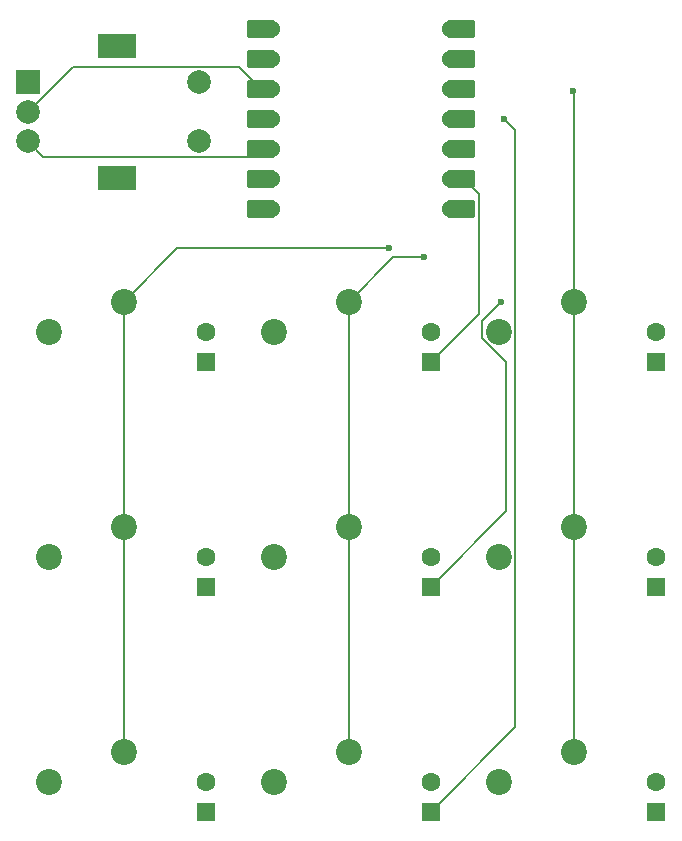
<source format=gbr>
%TF.GenerationSoftware,KiCad,Pcbnew,9.0.2*%
%TF.CreationDate,2025-06-03T16:25:14-04:00*%
%TF.ProjectId,HackpadAllan,4861636b-7061-4644-916c-6c616e2e6b69,rev?*%
%TF.SameCoordinates,Original*%
%TF.FileFunction,Copper,L2,Bot*%
%TF.FilePolarity,Positive*%
%FSLAX46Y46*%
G04 Gerber Fmt 4.6, Leading zero omitted, Abs format (unit mm)*
G04 Created by KiCad (PCBNEW 9.0.2) date 2025-06-03 16:25:14*
%MOMM*%
%LPD*%
G01*
G04 APERTURE LIST*
G04 Aperture macros list*
%AMRoundRect*
0 Rectangle with rounded corners*
0 $1 Rounding radius*
0 $2 $3 $4 $5 $6 $7 $8 $9 X,Y pos of 4 corners*
0 Add a 4 corners polygon primitive as box body*
4,1,4,$2,$3,$4,$5,$6,$7,$8,$9,$2,$3,0*
0 Add four circle primitives for the rounded corners*
1,1,$1+$1,$2,$3*
1,1,$1+$1,$4,$5*
1,1,$1+$1,$6,$7*
1,1,$1+$1,$8,$9*
0 Add four rect primitives between the rounded corners*
20,1,$1+$1,$2,$3,$4,$5,0*
20,1,$1+$1,$4,$5,$6,$7,0*
20,1,$1+$1,$6,$7,$8,$9,0*
20,1,$1+$1,$8,$9,$2,$3,0*%
G04 Aperture macros list end*
%TA.AperFunction,ComponentPad*%
%ADD10C,2.200000*%
%TD*%
%TA.AperFunction,ComponentPad*%
%ADD11R,2.000000X2.000000*%
%TD*%
%TA.AperFunction,ComponentPad*%
%ADD12C,2.000000*%
%TD*%
%TA.AperFunction,ComponentPad*%
%ADD13R,3.200000X2.000000*%
%TD*%
%TA.AperFunction,ComponentPad*%
%ADD14RoundRect,0.250000X0.550000X-0.550000X0.550000X0.550000X-0.550000X0.550000X-0.550000X-0.550000X0*%
%TD*%
%TA.AperFunction,ComponentPad*%
%ADD15C,1.600000*%
%TD*%
%TA.AperFunction,SMDPad,CuDef*%
%ADD16RoundRect,0.152400X-1.063600X-0.609600X1.063600X-0.609600X1.063600X0.609600X-1.063600X0.609600X0*%
%TD*%
%TA.AperFunction,ComponentPad*%
%ADD17C,1.524000*%
%TD*%
%TA.AperFunction,SMDPad,CuDef*%
%ADD18RoundRect,0.152400X1.063600X0.609600X-1.063600X0.609600X-1.063600X-0.609600X1.063600X-0.609600X0*%
%TD*%
%TA.AperFunction,ViaPad*%
%ADD19C,0.600000*%
%TD*%
%TA.AperFunction,Conductor*%
%ADD20C,0.200000*%
%TD*%
G04 APERTURE END LIST*
D10*
%TO.P,SW4,1,1*%
%TO.N,Column 0*%
X133490000Y-101970000D03*
%TO.P,SW4,2,2*%
%TO.N,Net-(D4-A)*%
X127140000Y-104510000D03*
%TD*%
%TO.P,SW5,1,1*%
%TO.N,Column 1*%
X152540000Y-101970000D03*
%TO.P,SW5,2,2*%
%TO.N,Net-(D5-A)*%
X146190000Y-104510000D03*
%TD*%
%TO.P,SW8,1,1*%
%TO.N,Column 1*%
X152540000Y-121020000D03*
%TO.P,SW8,2,2*%
%TO.N,Net-(D8-A)*%
X146190000Y-123560000D03*
%TD*%
%TO.P,SW3,1,1*%
%TO.N,Column 2*%
X171590000Y-82920000D03*
%TO.P,SW3,2,2*%
%TO.N,Net-(D3-A)*%
X165240000Y-85460000D03*
%TD*%
%TO.P,SW2,1,1*%
%TO.N,Column 1*%
X152540000Y-82920000D03*
%TO.P,SW2,2,2*%
%TO.N,Net-(D2-A)*%
X146190000Y-85460000D03*
%TD*%
%TO.P,SW6,1,1*%
%TO.N,Column 2*%
X171590000Y-101970000D03*
%TO.P,SW6,2,2*%
%TO.N,Net-(D6-A)*%
X165240000Y-104510000D03*
%TD*%
D11*
%TO.P,SW10,A,A*%
%TO.N,Rot A*%
X125393750Y-64350000D03*
D12*
%TO.P,SW10,B,B*%
%TO.N,Rot B*%
X125393750Y-69350000D03*
%TO.P,SW10,C,C*%
%TO.N,3.3V*%
X125393750Y-66850000D03*
D13*
%TO.P,SW10,MP*%
%TO.N,N/C*%
X132893750Y-61250000D03*
X132893750Y-72450000D03*
D12*
%TO.P,SW10,S1,S1*%
%TO.N,GND*%
X139893750Y-69350000D03*
%TO.P,SW10,S2,S2*%
%TO.N,Rot Switch*%
X139893750Y-64350000D03*
%TD*%
D10*
%TO.P,SW7,1,1*%
%TO.N,Column 0*%
X133490000Y-121020000D03*
%TO.P,SW7,2,2*%
%TO.N,Net-(D7-A)*%
X127140000Y-123560000D03*
%TD*%
%TO.P,SW1,1,1*%
%TO.N,Column 0*%
X133490000Y-82920000D03*
%TO.P,SW1,2,2*%
%TO.N,Net-(D1-A)*%
X127140000Y-85460000D03*
%TD*%
%TO.P,SW9,1,1*%
%TO.N,Column 2*%
X171590000Y-121020000D03*
%TO.P,SW9,2,2*%
%TO.N,Net-(D9-A)*%
X165240000Y-123560000D03*
%TD*%
D14*
%TO.P,D7,1,K*%
%TO.N,Row 2*%
X140475000Y-126100000D03*
D15*
%TO.P,D7,2,A*%
%TO.N,Net-(D7-A)*%
X140475000Y-123560000D03*
%TD*%
D14*
%TO.P,D3,1,K*%
%TO.N,Row 0*%
X178575000Y-88000000D03*
D15*
%TO.P,D3,2,A*%
%TO.N,Net-(D3-A)*%
X178575000Y-85460000D03*
%TD*%
D14*
%TO.P,D4,1,K*%
%TO.N,Row 1*%
X140475000Y-107050000D03*
D15*
%TO.P,D4,2,A*%
%TO.N,Net-(D4-A)*%
X140475000Y-104510000D03*
%TD*%
D14*
%TO.P,D5,1,K*%
%TO.N,Row 1*%
X159525000Y-107050000D03*
D15*
%TO.P,D5,2,A*%
%TO.N,Net-(D5-A)*%
X159525000Y-104510000D03*
%TD*%
D14*
%TO.P,D9,1,K*%
%TO.N,Row 2*%
X178575000Y-126100000D03*
D15*
%TO.P,D9,2,A*%
%TO.N,Net-(D9-A)*%
X178575000Y-123560000D03*
%TD*%
D14*
%TO.P,D8,1,K*%
%TO.N,Row 2*%
X159525000Y-126100000D03*
D15*
%TO.P,D8,2,A*%
%TO.N,Net-(D8-A)*%
X159525000Y-123560000D03*
%TD*%
D14*
%TO.P,D1,1,K*%
%TO.N,Row 0*%
X140475000Y-88000000D03*
D15*
%TO.P,D1,2,A*%
%TO.N,Net-(D1-A)*%
X140475000Y-85460000D03*
%TD*%
D16*
%TO.P,U1,1,GPIO26/ADC0/A0*%
%TO.N,Column 0*%
X162045000Y-59868500D03*
D17*
X161210000Y-59868500D03*
D16*
%TO.P,U1,2,GPIO27/ADC1/A1*%
%TO.N,Column 1*%
X162045000Y-62408500D03*
D17*
X161210000Y-62408500D03*
D16*
%TO.P,U1,3,GPIO28/ADC2/A2*%
%TO.N,Column 2*%
X162045000Y-64948500D03*
D17*
X161210000Y-64948500D03*
D16*
%TO.P,U1,4,GPIO29/ADC3/A3*%
%TO.N,Row 2*%
X162045000Y-67488500D03*
D17*
X161210000Y-67488500D03*
D16*
%TO.P,U1,5,GPIO6/SDA*%
%TO.N,Row 1*%
X162045000Y-70028500D03*
D17*
X161210000Y-70028500D03*
D16*
%TO.P,U1,6,GPIO7/SCL*%
%TO.N,Row 0*%
X162045000Y-72568500D03*
D17*
X161210000Y-72568500D03*
D16*
%TO.P,U1,7,GPIO0/TX*%
%TO.N,unconnected-(U1-GPIO0{slash}TX-Pad7)*%
X162045000Y-75108500D03*
D17*
X161210000Y-75108500D03*
%TO.P,U1,8,GPIO1/RX*%
%TO.N,unconnected-(U1-GPIO1{slash}RX-Pad8)*%
X145970000Y-75108500D03*
D18*
X145135000Y-75108500D03*
D17*
%TO.P,U1,9,GPIO2/SCK*%
%TO.N,Rot Switch*%
X145970000Y-72568500D03*
D18*
X145135000Y-72568500D03*
D17*
%TO.P,U1,10,GPIO4/MISO*%
%TO.N,Rot B*%
X145970000Y-70028500D03*
D18*
X145135000Y-70028500D03*
D17*
%TO.P,U1,11,GPIO3/MOSI*%
%TO.N,Rot A*%
X145970000Y-67488500D03*
D18*
X145135000Y-67488500D03*
D17*
%TO.P,U1,12,3V3*%
%TO.N,3.3V*%
X145970000Y-64948500D03*
D18*
X145135000Y-64948500D03*
D17*
%TO.P,U1,13,GND*%
%TO.N,GND*%
X145970000Y-62408500D03*
D18*
X145135000Y-62408500D03*
D17*
%TO.P,U1,14,VBUS*%
%TO.N,+5V*%
X145970000Y-59868500D03*
D18*
X145135000Y-59868500D03*
%TD*%
D14*
%TO.P,D2,1,K*%
%TO.N,Row 0*%
X159525000Y-88000000D03*
D15*
%TO.P,D2,2,A*%
%TO.N,Net-(D2-A)*%
X159525000Y-85460000D03*
%TD*%
D14*
%TO.P,D6,1,K*%
%TO.N,Row 1*%
X178575000Y-107050000D03*
D15*
%TO.P,D6,2,A*%
%TO.N,Net-(D6-A)*%
X178575000Y-104510000D03*
%TD*%
D19*
%TO.N,Row 1*%
X165450000Y-82920000D03*
%TO.N,Row 2*%
X165710000Y-67500000D03*
%TO.N,Column 0*%
X155990000Y-78380000D03*
%TO.N,Column 1*%
X158940000Y-79190000D03*
%TO.N,Column 2*%
X171510000Y-65130000D03*
%TD*%
D20*
%TO.N,Row 0*%
X163562000Y-83963000D02*
X163562000Y-73842870D01*
X163562000Y-73842870D02*
X162287630Y-72568500D01*
X159525000Y-88000000D02*
X163562000Y-83963000D01*
X162287630Y-72568500D02*
X161210000Y-72568500D01*
%TO.N,Row 1*%
X165880000Y-100695000D02*
X165880000Y-88081314D01*
X163839000Y-86040314D02*
X163839000Y-84531000D01*
X160883870Y-70040000D02*
X161961500Y-70040000D01*
X165880000Y-88081314D02*
X163839000Y-86040314D01*
X163839000Y-84531000D02*
X165450000Y-82920000D01*
X159525000Y-107050000D02*
X165880000Y-100695000D01*
%TO.N,Row 2*%
X159525000Y-126100000D02*
X166641000Y-118984000D01*
X166641000Y-118984000D02*
X166641000Y-68431000D01*
X166641000Y-68431000D02*
X165710000Y-67500000D01*
%TO.N,Column 0*%
X138030000Y-78380000D02*
X155990000Y-78380000D01*
X133490000Y-82920000D02*
X138030000Y-78380000D01*
X133490000Y-82920000D02*
X133490000Y-121020000D01*
%TO.N,Column 1*%
X156270000Y-79190000D02*
X158940000Y-79190000D01*
X152540000Y-82920000D02*
X156270000Y-79190000D01*
X152540000Y-82920000D02*
X152540000Y-121020000D01*
%TO.N,Column 2*%
X171590000Y-82920000D02*
X171590000Y-65210000D01*
X171590000Y-82920000D02*
X171590000Y-121020000D01*
X171590000Y-65210000D02*
X171510000Y-65130000D01*
%TO.N,3.3V*%
X143235500Y-63049000D02*
X145135000Y-64948500D01*
X129194750Y-63049000D02*
X143235500Y-63049000D01*
X125393750Y-66850000D02*
X129194750Y-63049000D01*
%TO.N,Rot B*%
X145347500Y-70651000D02*
X145970000Y-70028500D01*
X126694750Y-70651000D02*
X145347500Y-70651000D01*
X125393750Y-69350000D02*
X126694750Y-70651000D01*
%TD*%
M02*

</source>
